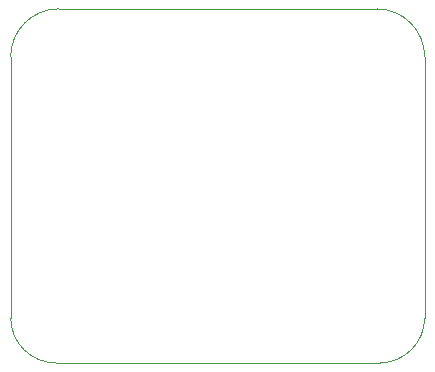
<source format=gbr>
%TF.GenerationSoftware,KiCad,Pcbnew,(5.1.6)-1*%
%TF.CreationDate,2020-10-09T22:51:26+02:00*%
%TF.ProjectId,PCB_Sensor_Array,5043425f-5365-46e7-936f-725f41727261,rev?*%
%TF.SameCoordinates,Original*%
%TF.FileFunction,Profile,NP*%
%FSLAX46Y46*%
G04 Gerber Fmt 4.6, Leading zero omitted, Abs format (unit mm)*
G04 Created by KiCad (PCBNEW (5.1.6)-1) date 2020-10-09 22:51:26*
%MOMM*%
%LPD*%
G01*
G04 APERTURE LIST*
%TA.AperFunction,Profile*%
%ADD10C,0.050000*%
%TD*%
G04 APERTURE END LIST*
D10*
X117094000Y-86614000D02*
G75*
G02*
X113284000Y-90424000I-3810000J0D01*
G01*
X85852000Y-90424000D02*
G75*
G02*
X82042000Y-86614000I0J3810000D01*
G01*
X82042000Y-64516000D02*
G75*
G02*
X86106000Y-60452000I4064000J0D01*
G01*
X113030000Y-60452000D02*
G75*
G02*
X117094000Y-64516000I0J-4064000D01*
G01*
X82042000Y-86614000D02*
X82042000Y-64516000D01*
X113284000Y-90424000D02*
X85852000Y-90424000D01*
X117094000Y-64516000D02*
X117094000Y-86614000D01*
X86106000Y-60452000D02*
X113030000Y-60452000D01*
M02*

</source>
